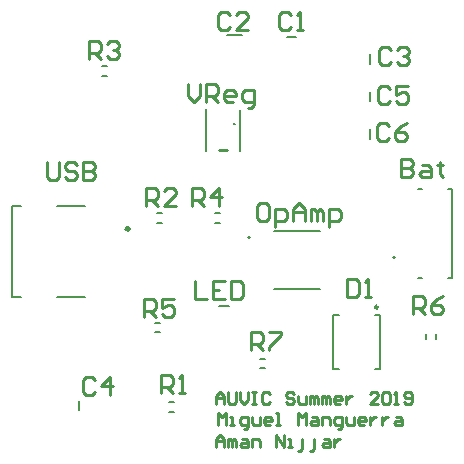
<source format=gto>
G04*
G04 #@! TF.GenerationSoftware,Altium Limited,Altium Designer,19.1.5 (86)*
G04*
G04 Layer_Color=65535*
%FSLAX25Y25*%
%MOIN*%
G70*
G01*
G75*
%ADD10C,0.00984*%
%ADD11C,0.00787*%
%ADD12C,0.01575*%
%ADD13C,0.01000*%
%ADD14C,0.00500*%
D10*
X124939Y49760D02*
G03*
X124939Y49760I-492J0D01*
G01*
D11*
X82252Y73000D02*
G03*
X82252Y73000I-394J0D01*
G01*
X130614Y66402D02*
G03*
X130614Y66402I-394J0D01*
G01*
X32866Y126925D02*
X34441D01*
X32866Y130075D02*
X34441D01*
X125726Y29091D02*
Y47201D01*
X109978Y29091D02*
Y47201D01*
X123856D02*
X125726D01*
X123856Y29091D02*
X125726D01*
X109978Y47201D02*
X111848D01*
X109978Y29091D02*
X111848D01*
X70713Y81075D02*
X72287D01*
X70713Y77925D02*
X72287D01*
X50713Y44575D02*
X52287D01*
X50713Y41425D02*
X52287D01*
X140925Y39213D02*
Y40787D01*
X144075Y39213D02*
Y40787D01*
X85713Y29425D02*
X87287D01*
X85713Y32575D02*
X87287D01*
X71925Y50224D02*
X75075D01*
X74441Y140587D02*
X79559D01*
X25201Y15425D02*
Y18575D01*
X55213Y14925D02*
X56787D01*
X55213Y18075D02*
X56787D01*
X51366Y77925D02*
X52941D01*
X51366Y81075D02*
X52941D01*
X94425Y139799D02*
X97575D01*
X122150Y130925D02*
Y134075D01*
Y118425D02*
Y121575D01*
X122299Y105925D02*
Y109075D01*
D12*
X41748Y75839D02*
G03*
X41748Y75839I-315J0D01*
G01*
D13*
X77000Y110800D02*
G03*
X77000Y110800I-100J0D01*
G01*
X71900Y102000D02*
X74500D01*
X71000Y17500D02*
Y20166D01*
X72333Y21499D01*
X73666Y20166D01*
Y17500D01*
Y19499D01*
X71000D01*
X74999Y21499D02*
Y18167D01*
X75665Y17500D01*
X76998D01*
X77665Y18167D01*
Y21499D01*
X78997D02*
Y18833D01*
X80330Y17500D01*
X81663Y18833D01*
Y21499D01*
X82996D02*
X84329D01*
X83663D01*
Y17500D01*
X82996D01*
X84329D01*
X88994Y20832D02*
X88328Y21499D01*
X86995D01*
X86328Y20832D01*
Y18167D01*
X86995Y17500D01*
X88328D01*
X88994Y18167D01*
X96992Y20832D02*
X96325Y21499D01*
X94992D01*
X94326Y20832D01*
Y20166D01*
X94992Y19499D01*
X96325D01*
X96992Y18833D01*
Y18167D01*
X96325Y17500D01*
X94992D01*
X94326Y18167D01*
X98325Y20166D02*
Y18167D01*
X98991Y17500D01*
X100990D01*
Y20166D01*
X102323Y17500D02*
Y20166D01*
X102990D01*
X103656Y19499D01*
Y17500D01*
Y19499D01*
X104323Y20166D01*
X104989Y19499D01*
Y17500D01*
X106322D02*
Y20166D01*
X106988D01*
X107655Y19499D01*
Y17500D01*
Y19499D01*
X108321Y20166D01*
X108988Y19499D01*
Y17500D01*
X112320D02*
X110987D01*
X110321Y18167D01*
Y19499D01*
X110987Y20166D01*
X112320D01*
X112986Y19499D01*
Y18833D01*
X110321D01*
X114319Y20166D02*
Y17500D01*
Y18833D01*
X114986Y19499D01*
X115652Y20166D01*
X116319D01*
X124983Y17500D02*
X122317D01*
X124983Y20166D01*
Y20832D01*
X124316Y21499D01*
X122983D01*
X122317Y20832D01*
X126315D02*
X126982Y21499D01*
X128315D01*
X128981Y20832D01*
Y18167D01*
X128315Y17500D01*
X126982D01*
X126315Y18167D01*
Y20832D01*
X130314Y17500D02*
X131647D01*
X130981D01*
Y21499D01*
X130314Y20832D01*
X133647Y18167D02*
X134313Y17500D01*
X135646D01*
X136312Y18167D01*
Y20832D01*
X135646Y21499D01*
X134313D01*
X133647Y20832D01*
Y20166D01*
X134313Y19499D01*
X136312D01*
X71500Y10500D02*
Y14499D01*
X72833Y13166D01*
X74166Y14499D01*
Y10500D01*
X75499D02*
X76832D01*
X76165D01*
Y13166D01*
X75499D01*
X80164Y9167D02*
X80830D01*
X81497Y9833D01*
Y13166D01*
X79497D01*
X78831Y12499D01*
Y11167D01*
X79497Y10500D01*
X81497D01*
X82830Y13166D02*
Y11167D01*
X83496Y10500D01*
X85496D01*
Y13166D01*
X88828Y10500D02*
X87495D01*
X86828Y11167D01*
Y12499D01*
X87495Y13166D01*
X88828D01*
X89494Y12499D01*
Y11833D01*
X86828D01*
X90827Y10500D02*
X92160D01*
X91494D01*
Y14499D01*
X90827D01*
X98158Y10500D02*
Y14499D01*
X99491Y13166D01*
X100824Y14499D01*
Y10500D01*
X102823Y13166D02*
X104156D01*
X104823Y12499D01*
Y10500D01*
X102823D01*
X102157Y11167D01*
X102823Y11833D01*
X104823D01*
X106156Y10500D02*
Y13166D01*
X108155D01*
X108821Y12499D01*
Y10500D01*
X111487Y9167D02*
X112153D01*
X112820Y9833D01*
Y13166D01*
X110821D01*
X110154Y12499D01*
Y11167D01*
X110821Y10500D01*
X112820D01*
X114153Y13166D02*
Y11167D01*
X114819Y10500D01*
X116819D01*
Y13166D01*
X120151Y10500D02*
X118818D01*
X118152Y11167D01*
Y12499D01*
X118818Y13166D01*
X120151D01*
X120817Y12499D01*
Y11833D01*
X118152D01*
X122150Y13166D02*
Y10500D01*
Y11833D01*
X122817Y12499D01*
X123483Y13166D01*
X124150D01*
X126149D02*
Y10500D01*
Y11833D01*
X126815Y12499D01*
X127482Y13166D01*
X128148D01*
X130814D02*
X132147D01*
X132814Y12499D01*
Y10500D01*
X130814D01*
X130148Y11167D01*
X130814Y11833D01*
X132814D01*
X71000Y3000D02*
Y5666D01*
X72333Y6999D01*
X73666Y5666D01*
Y3000D01*
Y4999D01*
X71000D01*
X74999Y3000D02*
Y5666D01*
X75665D01*
X76332Y4999D01*
Y3000D01*
Y4999D01*
X76998Y5666D01*
X77665Y4999D01*
Y3000D01*
X79664Y5666D02*
X80997D01*
X81663Y4999D01*
Y3000D01*
X79664D01*
X78997Y3666D01*
X79664Y4333D01*
X81663D01*
X82996Y3000D02*
Y5666D01*
X84996D01*
X85662Y4999D01*
Y3000D01*
X90994D02*
Y6999D01*
X93659Y3000D01*
Y6999D01*
X94992Y3000D02*
X96325D01*
X95659D01*
Y5666D01*
X94992D01*
X98325Y1667D02*
X98991D01*
X99657Y2334D01*
Y5666D01*
X102323Y1667D02*
X102990D01*
X103656Y2334D01*
Y5666D01*
X106988D02*
X108321D01*
X108988Y4999D01*
Y3000D01*
X106988D01*
X106322Y3666D01*
X106988Y4333D01*
X108988D01*
X110321Y5666D02*
Y3000D01*
Y4333D01*
X110987Y4999D01*
X111653Y5666D01*
X112320D01*
X114500Y58998D02*
Y53000D01*
X117499D01*
X118499Y54000D01*
Y57998D01*
X117499Y58998D01*
X114500D01*
X120498Y53000D02*
X122497D01*
X121498D01*
Y58998D01*
X120498Y57998D01*
X87499Y84498D02*
X85500D01*
X84500Y83498D01*
Y79500D01*
X85500Y78500D01*
X87499D01*
X88499Y79500D01*
Y83498D01*
X87499Y84498D01*
X90498Y76501D02*
Y82499D01*
X93497D01*
X94497Y81499D01*
Y79500D01*
X93497Y78500D01*
X90498D01*
X96496D02*
Y82499D01*
X98496Y84498D01*
X100495Y82499D01*
Y78500D01*
Y81499D01*
X96496D01*
X102494Y78500D02*
Y82499D01*
X103494D01*
X104493Y81499D01*
Y78500D01*
Y81499D01*
X105493Y82499D01*
X106493Y81499D01*
Y78500D01*
X108492Y76501D02*
Y82499D01*
X111491D01*
X112491Y81499D01*
Y79500D01*
X111491Y78500D01*
X108492D01*
X28500Y132500D02*
Y138498D01*
X31499D01*
X32499Y137498D01*
Y135499D01*
X31499Y134499D01*
X28500D01*
X30499D02*
X32499Y132500D01*
X34498Y137498D02*
X35498Y138498D01*
X37497D01*
X38497Y137498D01*
Y136499D01*
X37497Y135499D01*
X36497D01*
X37497D01*
X38497Y134499D01*
Y133500D01*
X37497Y132500D01*
X35498D01*
X34498Y133500D01*
X63000Y83500D02*
Y89498D01*
X65999D01*
X66999Y88498D01*
Y86499D01*
X65999Y85499D01*
X63000D01*
X64999D02*
X66999Y83500D01*
X71997D02*
Y89498D01*
X68998Y86499D01*
X72997D01*
X47000Y46500D02*
Y52498D01*
X49999D01*
X50999Y51498D01*
Y49499D01*
X49999Y48499D01*
X47000D01*
X48999D02*
X50999Y46500D01*
X56997Y52498D02*
X52998D01*
Y49499D01*
X54997Y50499D01*
X55997D01*
X56997Y49499D01*
Y47500D01*
X55997Y46500D01*
X53998D01*
X52998Y47500D01*
X136500Y47500D02*
Y53498D01*
X139499D01*
X140499Y52498D01*
Y50499D01*
X139499Y49499D01*
X136500D01*
X138499D02*
X140499Y47500D01*
X146497Y53498D02*
X144497Y52498D01*
X142498Y50499D01*
Y48500D01*
X143498Y47500D01*
X145497D01*
X146497Y48500D01*
Y49499D01*
X145497Y50499D01*
X142498D01*
X82500Y35500D02*
Y41498D01*
X85499D01*
X86499Y40498D01*
Y38499D01*
X85499Y37499D01*
X82500D01*
X84499D02*
X86499Y35500D01*
X88498Y41498D02*
X92497D01*
Y40498D01*
X88498Y36500D01*
Y35500D01*
X64000Y58498D02*
Y52500D01*
X67999D01*
X73997Y58498D02*
X69998D01*
Y52500D01*
X73997D01*
X69998Y55499D02*
X71997D01*
X75996Y58498D02*
Y52500D01*
X78995D01*
X79995Y53500D01*
Y57498D01*
X78995Y58498D01*
X75996D01*
X14500Y97998D02*
Y93000D01*
X15500Y92000D01*
X17499D01*
X18499Y93000D01*
Y97998D01*
X24497Y96998D02*
X23497Y97998D01*
X21498D01*
X20498Y96998D01*
Y95999D01*
X21498Y94999D01*
X23497D01*
X24497Y93999D01*
Y93000D01*
X23497Y92000D01*
X21498D01*
X20498Y93000D01*
X26496Y97998D02*
Y92000D01*
X29495D01*
X30495Y93000D01*
Y93999D01*
X29495Y94999D01*
X26496D01*
X29495D01*
X30495Y95999D01*
Y96998D01*
X29495Y97998D01*
X26496D01*
X61500Y123998D02*
Y119999D01*
X63499Y118000D01*
X65499Y119999D01*
Y123998D01*
X67498Y118000D02*
Y123998D01*
X70497D01*
X71497Y122998D01*
Y120999D01*
X70497Y119999D01*
X67498D01*
X69497D02*
X71497Y118000D01*
X76495D02*
X74496D01*
X73496Y119000D01*
Y120999D01*
X74496Y121999D01*
X76495D01*
X77495Y120999D01*
Y119999D01*
X73496D01*
X81494Y116001D02*
X82493D01*
X83493Y117000D01*
Y121999D01*
X80494D01*
X79494Y120999D01*
Y119000D01*
X80494Y118000D01*
X83493D01*
X30499Y25498D02*
X29499Y26498D01*
X27500D01*
X26500Y25498D01*
Y21500D01*
X27500Y20500D01*
X29499D01*
X30499Y21500D01*
X35497Y20500D02*
Y26498D01*
X32498Y23499D01*
X36497D01*
X75499Y146998D02*
X74499Y147998D01*
X72500D01*
X71500Y146998D01*
Y143000D01*
X72500Y142000D01*
X74499D01*
X75499Y143000D01*
X81497Y142000D02*
X77498D01*
X81497Y145999D01*
Y146998D01*
X80497Y147998D01*
X78498D01*
X77498Y146998D01*
X47500Y83500D02*
Y89498D01*
X50499D01*
X51499Y88498D01*
Y86499D01*
X50499Y85499D01*
X47500D01*
X49499D02*
X51499Y83500D01*
X57497D02*
X53498D01*
X57497Y87499D01*
Y88498D01*
X56497Y89498D01*
X54498D01*
X53498Y88498D01*
X52500Y21000D02*
Y26998D01*
X55499D01*
X56499Y25998D01*
Y23999D01*
X55499Y22999D01*
X52500D01*
X54499D02*
X56499Y21000D01*
X58498D02*
X60497D01*
X59498D01*
Y26998D01*
X58498Y25998D01*
X128648Y109998D02*
X127649Y110998D01*
X125649D01*
X124650Y109998D01*
Y106000D01*
X125649Y105000D01*
X127649D01*
X128648Y106000D01*
X134646Y110998D02*
X132647Y109998D01*
X130648Y107999D01*
Y106000D01*
X131647Y105000D01*
X133647D01*
X134646Y106000D01*
Y106999D01*
X133647Y107999D01*
X130648D01*
X128999Y122498D02*
X127999Y123498D01*
X126000D01*
X125000Y122498D01*
Y118500D01*
X126000Y117500D01*
X127999D01*
X128999Y118500D01*
X134997Y123498D02*
X130998D01*
Y120499D01*
X132997Y121499D01*
X133997D01*
X134997Y120499D01*
Y118500D01*
X133997Y117500D01*
X131998D01*
X130998Y118500D01*
X129349Y135498D02*
X128349Y136498D01*
X126350D01*
X125350Y135498D01*
Y131500D01*
X126350Y130500D01*
X128349D01*
X129349Y131500D01*
X131349Y135498D02*
X132348Y136498D01*
X134347D01*
X135347Y135498D01*
Y134499D01*
X134347Y133499D01*
X133348D01*
X134347D01*
X135347Y132499D01*
Y131500D01*
X134347Y130500D01*
X132348D01*
X131349Y131500D01*
X95999Y146998D02*
X94999Y147998D01*
X93000D01*
X92000Y146998D01*
Y143000D01*
X93000Y142000D01*
X94999D01*
X95999Y143000D01*
X97998Y142000D02*
X99997D01*
X98998D01*
Y147998D01*
X97998Y146998D01*
X132500Y98998D02*
Y93000D01*
X135499D01*
X136499Y94000D01*
Y94999D01*
X135499Y95999D01*
X132500D01*
X135499D01*
X136499Y96999D01*
Y97998D01*
X135499Y98998D01*
X132500D01*
X139498Y96999D02*
X141497D01*
X142497Y95999D01*
Y93000D01*
X139498D01*
X138498Y94000D01*
X139498Y94999D01*
X142497D01*
X145496Y97998D02*
Y96999D01*
X144496D01*
X146495D01*
X145496D01*
Y94000D01*
X146495Y93000D01*
D14*
X90323Y55854D02*
X105677D01*
X90323Y75146D02*
X105677D01*
X2831Y53181D02*
Y83496D01*
X17791D02*
X27240D01*
X2831D02*
X5980D01*
X2831Y53181D02*
X5980D01*
X17791D02*
X27240D01*
X79000Y101800D02*
Y115600D01*
X67400Y101800D02*
Y115900D01*
X148331Y89236D02*
X149512D01*
X148331Y59315D02*
X149512D01*
X138094Y89236D02*
X139669D01*
X138094Y59315D02*
X139669D01*
X149709D02*
Y89236D01*
M02*

</source>
